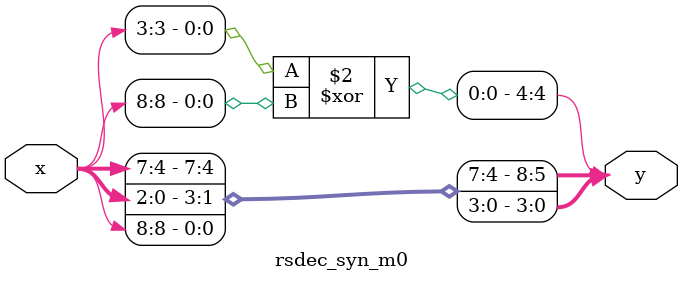
<source format=v>
module rsdec_syn_m0 (y, x);
	input [8:0] x;
	output [8:0] y;
	reg [8:0] y;
	always @ (x)
	begin
		y[0] = x[8];
		y[1] = x[0];
		y[2] = x[1];
		y[3] = x[2];
		y[4] = x[3] ^ x[8];
		y[5] = x[4];
		y[6] = x[5];
		y[7] = x[6];
		y[8] = x[7];
	end
endmodule
</source>
